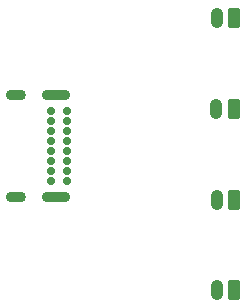
<source format=gbs>
G04 #@! TF.GenerationSoftware,KiCad,Pcbnew,7.0.1*
G04 #@! TF.CreationDate,2024-03-07T21:27:50+09:00*
G04 #@! TF.ProjectId,MP2603-array,4d503236-3033-42d6-9172-7261792e6b69,rev?*
G04 #@! TF.SameCoordinates,PX94c5f00PY6bc3e40*
G04 #@! TF.FileFunction,Soldermask,Bot*
G04 #@! TF.FilePolarity,Negative*
%FSLAX46Y46*%
G04 Gerber Fmt 4.6, Leading zero omitted, Abs format (unit mm)*
G04 Created by KiCad (PCBNEW 7.0.1) date 2024-03-07 21:27:50*
%MOMM*%
%LPD*%
G01*
G04 APERTURE LIST*
G04 Aperture macros list*
%AMRoundRect*
0 Rectangle with rounded corners*
0 $1 Rounding radius*
0 $2 $3 $4 $5 $6 $7 $8 $9 X,Y pos of 4 corners*
0 Add a 4 corners polygon primitive as box body*
4,1,4,$2,$3,$4,$5,$6,$7,$8,$9,$2,$3,0*
0 Add four circle primitives for the rounded corners*
1,1,$1+$1,$2,$3*
1,1,$1+$1,$4,$5*
1,1,$1+$1,$6,$7*
1,1,$1+$1,$8,$9*
0 Add four rect primitives between the rounded corners*
20,1,$1+$1,$2,$3,$4,$5,0*
20,1,$1+$1,$4,$5,$6,$7,0*
20,1,$1+$1,$6,$7,$8,$9,0*
20,1,$1+$1,$8,$9,$2,$3,0*%
G04 Aperture macros list end*
%ADD10RoundRect,0.250000X0.265000X0.615000X-0.265000X0.615000X-0.265000X-0.615000X0.265000X-0.615000X0*%
%ADD11O,1.030000X1.730000*%
%ADD12C,0.700000*%
%ADD13O,2.400000X0.900000*%
%ADD14O,1.700000X0.900000*%
G04 APERTURE END LIST*
D10*
X22850000Y3757538D03*
D11*
X21350000Y3757538D03*
D10*
X22850000Y26850000D03*
D11*
X21350000Y26850000D03*
D10*
X22825000Y19157538D03*
D11*
X21325000Y19157538D03*
D10*
X22850000Y11457538D03*
D11*
X21350000Y11457538D03*
D12*
X8725000Y18975000D03*
X8725000Y18125000D03*
X8725000Y17275000D03*
X8725000Y16425000D03*
X8725000Y15575000D03*
X8725000Y14725000D03*
X8725000Y13875000D03*
X8725000Y13025000D03*
X7375000Y13025000D03*
X7375000Y13875000D03*
X7375000Y14725000D03*
X7375000Y15575000D03*
X7375000Y16425000D03*
X7375000Y17275000D03*
X7375000Y18125000D03*
X7375000Y18975000D03*
D13*
X7745000Y20325000D03*
D14*
X4365000Y20325000D03*
D13*
X7745000Y11675000D03*
D14*
X4365000Y11675000D03*
M02*

</source>
